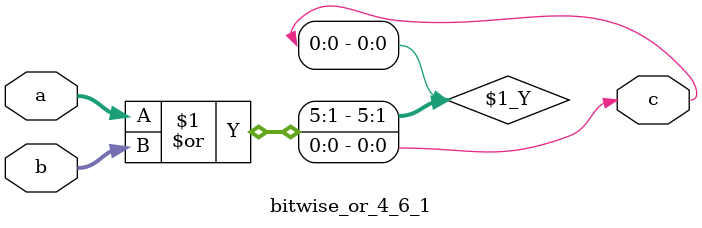
<source format=v>
module bitwise_or_4_6_1(a, b, c);
  input [3:0] a;
  input [5:0] b;
  output c;
  assign c = a | b;
endmodule

</source>
